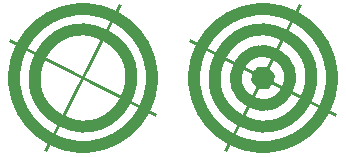
<source format=gbr>
%FSLAX34Y34*%%MOIN*%%AMMOIRE1*6,0,0,0.5,0.04,0.03,2,0.01,0.55,63*%%AMMOIRE2*6,0,0,0.5,0.04,0.03,4,0.01,0.55,63*%%ADD10MOIRE1*%%ADD11MOIRE2*%D10*X0Y0D03*D11*X6000D03*M02*
</source>
